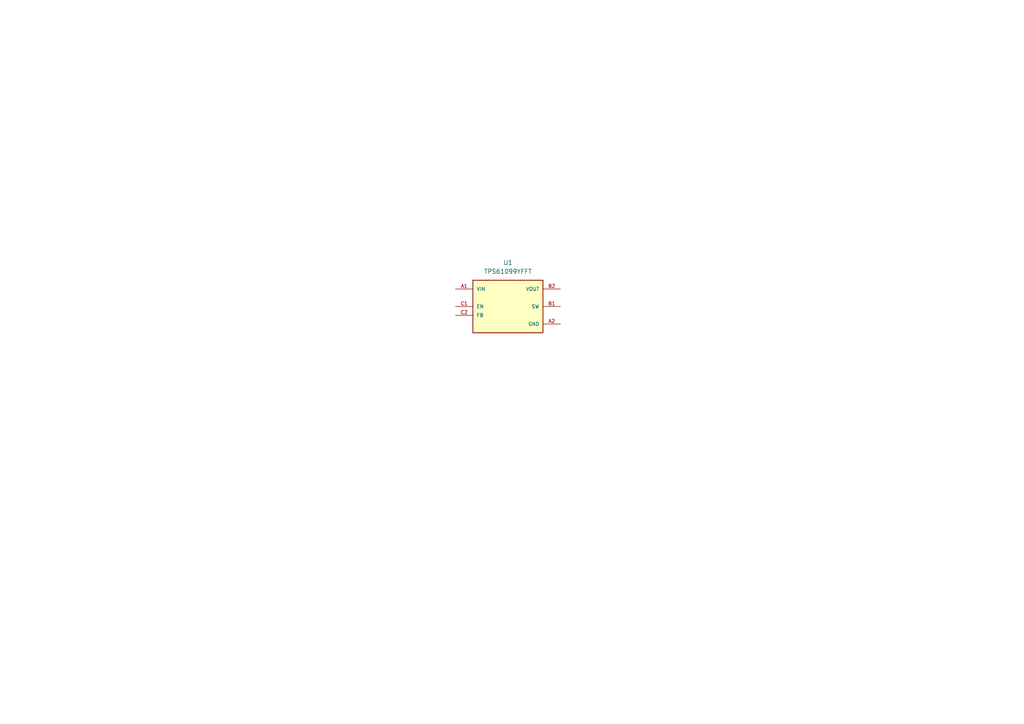
<source format=kicad_sch>
(kicad_sch (version 20211123) (generator eeschema)
  (paper "A4")
  (title_block (title "<<project_name>>") (date "<<date>>") (rev "<<version>>") (comment 4 "<<hash>>"))
  (lib_symbols
    (symbol "Converter_DCDC_custom:TPS61099YFFT" (pin_names (offset 1.016))
      (property "Reference" "U" (at -10.16 8.89 0))
      (property "Value" "TPS61099YFFT" (at -10.16 -10.16 0))
      (symbol "TPS61099YFFT_0_0"
        (rectangle (start -10.16 -7.62) (end 10.16 7.62) (stroke (width 0.254)) (fill (type background)))
        (pin input line (at -15.24 5.08 0) (length 5.08) (name "VIN") (number "A1"))
        (pin power_in line (at 15.24 -5.08 180) (length 5.08) (name "GND") (number "A2"))
        (pin passive line (at 15.24 0 180) (length 5.08) (name "SW") (number "B1"))
        (pin output line (at 15.24 5.08 180) (length 5.08) (name "VOUT") (number "B2"))
        (pin input line (at -15.24 0 0) (length 5.08) (name "EN") (number "C1"))
        (pin input line (at -15.24 -2.54 0) (length 5.08) (name "FB") (number "C2"))
      )
    )
  )
  (symbol (lib_id "Converter_DCDC_custom:TPS61099YFFT") (at 147.32 88.9 0) (unit 1)
    (property "Reference" "U1" (at 147.32 76.2 0))
    (property "Value" "TPS61099YFFT" (at 147.32 78.74 0))
    (property "Footprint" "BGA6N40P3X2_122X88X62N" (effects hide))
    (property "STANDARD" "IPC 7351B" (effects hide))
    (property "PARTREV" "K" (effects hide))
    (property "MAXIMUM_PACKAGE_HEIGHT" "0.625mm" (effects hide))
    (property "MANUFACTURER" "Texas Instruments" (effects hide))
  )
)
</source>
